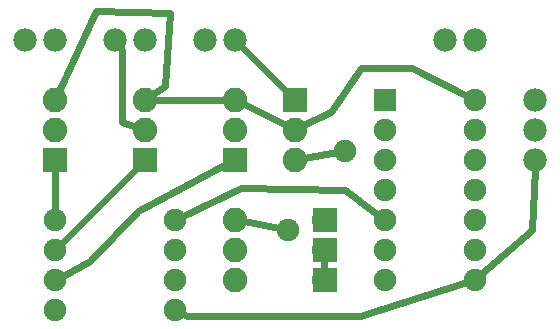
<source format=gtl>
G04 MADE WITH FRITZING*
G04 WWW.FRITZING.ORG*
G04 DOUBLE SIDED*
G04 HOLES PLATED*
G04 CONTOUR ON CENTER OF CONTOUR VECTOR*
%ASAXBY*%
%FSLAX23Y23*%
%MOIN*%
%OFA0B0*%
%SFA1.0B1.0*%
%ADD10C,0.078000*%
%ADD11C,0.075000*%
%ADD12C,0.082000*%
%ADD13C,0.075433*%
%ADD14R,0.082000X0.082000*%
%ADD15R,0.075000X0.075000*%
%ADD16C,0.024000*%
%LNCOPPER1*%
G90*
G70*
G54D10*
X1673Y1070D03*
X1573Y1070D03*
G54D11*
X273Y470D03*
X673Y470D03*
X273Y270D03*
X673Y270D03*
X273Y370D03*
X673Y370D03*
G54D10*
X273Y1070D03*
X173Y1070D03*
X573Y1070D03*
X473Y1070D03*
X873Y1070D03*
X773Y1070D03*
G54D12*
X1171Y470D03*
X873Y470D03*
X1171Y370D03*
X873Y370D03*
X1171Y270D03*
X873Y270D03*
G54D10*
X1873Y870D03*
X1873Y770D03*
X1873Y670D03*
G54D11*
X273Y170D03*
X673Y170D03*
G54D12*
X1073Y870D03*
X1073Y770D03*
X1073Y670D03*
G54D11*
X1373Y870D03*
X1673Y870D03*
X1373Y770D03*
X1673Y770D03*
X1373Y670D03*
X1673Y670D03*
X1373Y570D03*
X1673Y570D03*
X1373Y470D03*
X1673Y470D03*
X1373Y370D03*
X1673Y370D03*
X1373Y270D03*
X1673Y270D03*
G54D12*
X273Y670D03*
X273Y770D03*
X273Y870D03*
X573Y670D03*
X573Y770D03*
X573Y870D03*
X873Y670D03*
X873Y770D03*
X873Y870D03*
G54D13*
X1048Y437D03*
X1240Y701D03*
G54D14*
X1172Y470D03*
X1172Y370D03*
X1172Y270D03*
X1073Y870D03*
G54D15*
X1373Y870D03*
G54D14*
X273Y670D03*
X573Y670D03*
X873Y670D03*
G54D16*
X273Y638D02*
X273Y499D01*
D02*
X550Y648D02*
X293Y391D01*
D02*
X1350Y488D02*
X1240Y571D01*
D02*
X1240Y571D02*
X894Y575D01*
D02*
X894Y575D02*
X699Y483D01*
D02*
X844Y656D02*
X550Y501D01*
D02*
X550Y501D02*
X391Y334D01*
D02*
X391Y334D02*
X298Y284D01*
D02*
X490Y1046D02*
X496Y1037D01*
D02*
X496Y1037D02*
X496Y797D01*
D02*
X496Y797D02*
X543Y781D01*
D02*
X904Y465D02*
X1020Y443D01*
D02*
X1101Y785D02*
X1193Y831D01*
D02*
X1193Y831D02*
X1294Y976D01*
D02*
X1294Y976D02*
X1463Y978D01*
D02*
X1463Y978D02*
X1647Y884D01*
D02*
X902Y856D02*
X1044Y785D01*
D02*
X605Y870D02*
X841Y870D01*
D02*
X286Y900D02*
X411Y1166D01*
D02*
X411Y1166D02*
X657Y1161D01*
D02*
X657Y1161D02*
X640Y917D01*
D02*
X640Y917D02*
X599Y889D01*
D02*
X1694Y289D02*
X1864Y437D01*
D02*
X1864Y437D02*
X1872Y640D01*
D02*
X698Y157D02*
X712Y149D01*
D02*
X712Y149D02*
X1288Y149D01*
D02*
X1288Y149D02*
X1646Y262D01*
D02*
X1171Y303D02*
X1171Y338D01*
D02*
X894Y1049D02*
X1050Y893D01*
D02*
X1212Y696D02*
X1104Y676D01*
G04 End of Copper1*
M02*
</source>
